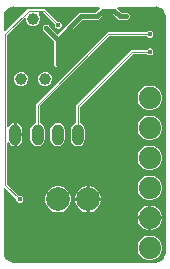
<source format=gbl>
G04*
G04 #@! TF.GenerationSoftware,Altium Limited,Altium Designer,24.5.2 (23)*
G04*
G04 Layer_Physical_Order=2*
G04 Layer_Color=16711680*
%FSLAX44Y44*%
%MOMM*%
G71*
G04*
G04 #@! TF.SameCoordinates,BE35229C-549D-48B9-91BF-C474063EA1A8*
G04*
G04*
G04 #@! TF.FilePolarity,Positive*
G04*
G01*
G75*
%ADD23C,0.1000*%
%ADD24C,0.4000*%
%ADD25C,1.8796*%
%ADD26C,2.0000*%
%ADD27O,1.0000X1.8000*%
%ADD28C,0.9906*%
%ADD29C,0.4000*%
G36*
X322186Y218158D02*
X324223Y217314D01*
X325972Y215972D01*
X327314Y214223D01*
X328158Y212186D01*
X328283Y211231D01*
X328376Y210000D01*
X328376D01*
Y10000D01*
X328429Y9874D01*
X328158Y7814D01*
X327314Y5777D01*
X325972Y4028D01*
X324223Y2686D01*
X322186Y1842D01*
X320126Y1571D01*
X320000Y1624D01*
X200000D01*
X199874Y1571D01*
X197814Y1842D01*
X195777Y2686D01*
X194028Y4028D01*
X192686Y5777D01*
X191842Y7814D01*
X191571Y9874D01*
X191624Y10000D01*
Y64421D01*
X192797Y64907D01*
X202031Y55672D01*
X202000Y55597D01*
Y54403D01*
X202457Y53301D01*
X203301Y52457D01*
X204403Y52000D01*
X205597D01*
X206699Y52457D01*
X207543Y53301D01*
X208000Y54403D01*
Y55597D01*
X207543Y56699D01*
X206699Y57543D01*
X205597Y58000D01*
X204403D01*
X204328Y57969D01*
X194124Y68172D01*
Y103048D01*
X195300Y103606D01*
X195394Y103591D01*
X196674Y101674D01*
X198659Y100348D01*
X199730Y100135D01*
Y110000D01*
Y119865D01*
X198659Y119652D01*
X196674Y118326D01*
X195394Y116409D01*
X195300Y116394D01*
X194124Y116952D01*
Y194328D01*
X209160Y209364D01*
X210397Y208805D01*
Y206916D01*
X211303Y204728D01*
X212978Y203053D01*
X215166Y202147D01*
X217534D01*
X219722Y203053D01*
X221397Y204728D01*
X222303Y206916D01*
Y209284D01*
X221397Y211472D01*
X220763Y212106D01*
X221289Y213376D01*
X224328D01*
X234531Y203172D01*
X234500Y203097D01*
Y201903D01*
X234957Y200801D01*
X235801Y199957D01*
X236903Y199500D01*
X238097D01*
X239199Y199957D01*
X240043Y200801D01*
X240500Y201903D01*
Y203097D01*
X240043Y204199D01*
X239199Y205043D01*
X238097Y205500D01*
X236903D01*
X236828Y205469D01*
X226148Y216148D01*
X225000Y216624D01*
X212500D01*
X211352Y216148D01*
X192797Y197593D01*
X191624Y198079D01*
Y210000D01*
X191571Y210126D01*
X191842Y212186D01*
X192686Y214223D01*
X194028Y215972D01*
X195777Y217314D01*
X197814Y218158D01*
X199874Y218429D01*
X200000Y218376D01*
X272367D01*
X272765Y217348D01*
X272781Y217106D01*
X268733Y213059D01*
X256700D01*
X255529Y212826D01*
X254537Y212163D01*
X254537Y212163D01*
X237000Y194626D01*
X229463Y202163D01*
X229212Y202330D01*
X228999Y202543D01*
X228721Y202659D01*
X228471Y202826D01*
X228175Y202885D01*
X227897Y203000D01*
X227596D01*
X227300Y203059D01*
X227004Y203000D01*
X226703D01*
X226425Y202885D01*
X226129Y202826D01*
X225879Y202659D01*
X225601Y202543D01*
X225388Y202330D01*
X225137Y202163D01*
X224970Y201912D01*
X224757Y201699D01*
X224641Y201421D01*
X224474Y201171D01*
X224415Y200875D01*
X224300Y200597D01*
Y200296D01*
X224241Y200000D01*
X224300Y199704D01*
Y199403D01*
X224415Y199125D01*
X224474Y198829D01*
X224641Y198579D01*
X224757Y198301D01*
X224970Y198088D01*
X225137Y197837D01*
X233941Y189033D01*
Y169750D01*
X234000Y169455D01*
Y169153D01*
X234115Y168875D01*
X234174Y168580D01*
X234341Y168329D01*
X234457Y168051D01*
X234670Y167838D01*
X234837Y167587D01*
X235088Y167420D01*
X235301Y167207D01*
X235579Y167092D01*
X235829Y166924D01*
X236125Y166865D01*
X236403Y166750D01*
X236705D01*
X237000Y166691D01*
X237295Y166750D01*
X237597D01*
X237875Y166865D01*
X238171Y166924D01*
X238421Y167092D01*
X238699Y167207D01*
X238912Y167420D01*
X239163Y167587D01*
X239330Y167838D01*
X239543Y168051D01*
X239659Y168329D01*
X239826Y168580D01*
X239885Y168875D01*
X240000Y169153D01*
Y169455D01*
X240059Y169750D01*
Y189033D01*
X257967Y206941D01*
X270000D01*
X270000Y206941D01*
X271171Y207174D01*
X272163Y207837D01*
X276267Y211941D01*
X283733D01*
X287837Y207837D01*
X288829Y207174D01*
X290000Y206941D01*
X290000Y206941D01*
X295000D01*
X295296Y207000D01*
X295597D01*
X295875Y207115D01*
X296171Y207174D01*
X296421Y207341D01*
X296699Y207457D01*
X296912Y207670D01*
X297163Y207837D01*
X297330Y208088D01*
X297543Y208301D01*
X297659Y208579D01*
X297826Y208829D01*
X297885Y209125D01*
X298000Y209403D01*
Y209704D01*
X298059Y210000D01*
X298000Y210296D01*
Y210597D01*
X297885Y210875D01*
X297826Y211171D01*
X297659Y211421D01*
X297543Y211699D01*
X297330Y211912D01*
X297163Y212163D01*
X296912Y212330D01*
X296699Y212543D01*
X296421Y212659D01*
X296171Y212826D01*
X295875Y212885D01*
X295597Y213000D01*
X295296D01*
X295000Y213059D01*
X291267D01*
X287219Y217106D01*
X287235Y217348D01*
X287633Y218376D01*
X320000D01*
X320126Y218429D01*
X322186Y218158D01*
D02*
G37*
%LPC*%
G36*
X315597Y198000D02*
X314403D01*
X313301Y197543D01*
X312457Y196699D01*
X312425Y196624D01*
X280000D01*
X278852Y196148D01*
X218852Y136148D01*
X218376Y135000D01*
Y119795D01*
X217659Y119652D01*
X215674Y118326D01*
X214348Y116341D01*
X213883Y114000D01*
Y106000D01*
X214348Y103659D01*
X215674Y101674D01*
X217659Y100348D01*
X220000Y99882D01*
X222341Y100348D01*
X224326Y101674D01*
X225652Y103659D01*
X226117Y106000D01*
Y114000D01*
X225652Y116341D01*
X224326Y118326D01*
X222341Y119652D01*
X221624Y119795D01*
Y134327D01*
X280672Y193376D01*
X312425D01*
X312457Y193301D01*
X313301Y192457D01*
X314403Y192000D01*
X315597D01*
X316699Y192457D01*
X317543Y193301D01*
X318000Y194403D01*
Y195597D01*
X317543Y196699D01*
X316699Y197543D01*
X315597Y198000D01*
D02*
G37*
G36*
Y183000D02*
X314403D01*
X313301Y182543D01*
X312457Y181699D01*
X312425Y181624D01*
X300000D01*
X298852Y181148D01*
X252852Y135148D01*
X252376Y134000D01*
Y119795D01*
X251659Y119652D01*
X249674Y118326D01*
X248348Y116341D01*
X247882Y114000D01*
Y106000D01*
X248348Y103659D01*
X249674Y101674D01*
X251659Y100348D01*
X254000Y99882D01*
X256341Y100348D01*
X258326Y101674D01*
X259652Y103659D01*
X260117Y106000D01*
Y114000D01*
X259652Y116341D01*
X258326Y118326D01*
X256341Y119652D01*
X255624Y119795D01*
Y133328D01*
X300672Y178376D01*
X312425D01*
X312457Y178301D01*
X313301Y177457D01*
X314403Y177000D01*
X315597D01*
X316699Y177457D01*
X317543Y178301D01*
X318000Y179403D01*
Y180597D01*
X317543Y181699D01*
X316699Y182543D01*
X315597Y183000D01*
D02*
G37*
G36*
X227694Y163253D02*
X225326D01*
X223138Y162347D01*
X221463Y160672D01*
X220557Y158484D01*
Y156116D01*
X221463Y153928D01*
X223138Y152253D01*
X225326Y151347D01*
X227694D01*
X229882Y152253D01*
X231557Y153928D01*
X232463Y156116D01*
Y158484D01*
X231557Y160672D01*
X229882Y162347D01*
X227694Y163253D01*
D02*
G37*
G36*
X207374D02*
X205006D01*
X202818Y162347D01*
X201143Y160672D01*
X200237Y158484D01*
Y156116D01*
X201143Y153928D01*
X202818Y152253D01*
X205006Y151347D01*
X207374D01*
X209562Y152253D01*
X211237Y153928D01*
X212143Y156116D01*
Y158484D01*
X211237Y160672D01*
X209562Y162347D01*
X207374Y163253D01*
D02*
G37*
G36*
X316369Y151398D02*
X313631D01*
X310986Y150689D01*
X308615Y149320D01*
X306679Y147385D01*
X305311Y145014D01*
X304602Y142369D01*
Y139631D01*
X305311Y136987D01*
X306679Y134615D01*
X308615Y132680D01*
X310986Y131311D01*
X313631Y130602D01*
X316369D01*
X319014Y131311D01*
X321385Y132680D01*
X323321Y134615D01*
X324689Y136987D01*
X325398Y139631D01*
Y142369D01*
X324689Y145014D01*
X323321Y147385D01*
X321385Y149320D01*
X319014Y150689D01*
X316369Y151398D01*
D02*
G37*
G36*
X202270Y119865D02*
Y111270D01*
X207118D01*
Y114000D01*
X206652Y116341D01*
X205326Y118326D01*
X203341Y119652D01*
X202270Y119865D01*
D02*
G37*
G36*
X316369Y125998D02*
X313631D01*
X310986Y125289D01*
X308615Y123920D01*
X306679Y121985D01*
X305311Y119614D01*
X304602Y116969D01*
Y114231D01*
X305311Y111587D01*
X306679Y109215D01*
X308615Y107280D01*
X310986Y105911D01*
X313631Y105202D01*
X316369D01*
X319014Y105911D01*
X321385Y107280D01*
X323321Y109215D01*
X324689Y111587D01*
X325398Y114231D01*
Y116969D01*
X324689Y119614D01*
X323321Y121985D01*
X321385Y123920D01*
X319014Y125289D01*
X316369Y125998D01*
D02*
G37*
G36*
X207118Y108730D02*
X202270D01*
Y100135D01*
X203341Y100348D01*
X205326Y101674D01*
X206652Y103659D01*
X207118Y106000D01*
Y108730D01*
D02*
G37*
G36*
X237000Y120118D02*
X234659Y119652D01*
X232674Y118326D01*
X231348Y116341D01*
X230882Y114000D01*
Y106000D01*
X231348Y103659D01*
X232674Y101674D01*
X234659Y100348D01*
X237000Y99882D01*
X239341Y100348D01*
X241326Y101674D01*
X242652Y103659D01*
X243118Y106000D01*
Y114000D01*
X242652Y116341D01*
X241326Y118326D01*
X239341Y119652D01*
X237000Y120118D01*
D02*
G37*
G36*
X316369Y100598D02*
X313631D01*
X310986Y99889D01*
X308615Y98520D01*
X306679Y96585D01*
X305311Y94213D01*
X304602Y91569D01*
Y88831D01*
X305311Y86187D01*
X306679Y83815D01*
X308615Y81880D01*
X310986Y80511D01*
X313631Y79802D01*
X316369D01*
X319014Y80511D01*
X321385Y81880D01*
X323321Y83815D01*
X324689Y86187D01*
X325398Y88831D01*
Y91569D01*
X324689Y94213D01*
X323321Y96585D01*
X321385Y98520D01*
X319014Y99889D01*
X316369Y100598D01*
D02*
G37*
G36*
X264148Y66000D02*
X263970D01*
Y56270D01*
X273700D01*
Y56448D01*
X272950Y59246D01*
X271502Y61754D01*
X269454Y63802D01*
X266946Y65250D01*
X264148Y66000D01*
D02*
G37*
G36*
X261430D02*
X261252D01*
X258454Y65250D01*
X255946Y63802D01*
X253898Y61754D01*
X252450Y59246D01*
X251700Y56448D01*
Y56270D01*
X261430D01*
Y66000D01*
D02*
G37*
G36*
X316369Y75198D02*
X313631D01*
X310986Y74489D01*
X308615Y73120D01*
X306679Y71185D01*
X305311Y68814D01*
X304602Y66169D01*
Y63431D01*
X305311Y60786D01*
X306679Y58415D01*
X308615Y56480D01*
X310986Y55111D01*
X313631Y54402D01*
X316369D01*
X319014Y55111D01*
X321385Y56480D01*
X323321Y58415D01*
X324689Y60786D01*
X325398Y63431D01*
Y66169D01*
X324689Y68814D01*
X323321Y71185D01*
X321385Y73120D01*
X319014Y74489D01*
X316369Y75198D01*
D02*
G37*
G36*
X273700Y53730D02*
X263970D01*
Y44000D01*
X264148D01*
X266946Y44750D01*
X269454Y46198D01*
X271502Y48246D01*
X272950Y50754D01*
X273700Y53552D01*
Y53730D01*
D02*
G37*
G36*
X261430D02*
X251700D01*
Y53552D01*
X252450Y50754D01*
X253898Y48246D01*
X255946Y46198D01*
X258454Y44750D01*
X261252Y44000D01*
X261430D01*
Y53730D01*
D02*
G37*
G36*
X238748Y66000D02*
X235852D01*
X233054Y65250D01*
X230546Y63802D01*
X228498Y61754D01*
X227050Y59246D01*
X226300Y56448D01*
Y53552D01*
X227050Y50754D01*
X228498Y48246D01*
X230546Y46198D01*
X233054Y44750D01*
X235852Y44000D01*
X238748D01*
X241546Y44750D01*
X244054Y46198D01*
X246102Y48246D01*
X247550Y50754D01*
X248300Y53552D01*
Y56448D01*
X247550Y59246D01*
X246102Y61754D01*
X244054Y63802D01*
X241546Y65250D01*
X238748Y66000D01*
D02*
G37*
G36*
X316369Y49798D02*
X316270D01*
Y40670D01*
X325398D01*
Y40769D01*
X324689Y43414D01*
X323321Y45785D01*
X321385Y47720D01*
X319014Y49089D01*
X316369Y49798D01*
D02*
G37*
G36*
X313730D02*
X313631D01*
X310986Y49089D01*
X308615Y47720D01*
X306679Y45785D01*
X305311Y43414D01*
X304602Y40769D01*
Y40670D01*
X313730D01*
Y49798D01*
D02*
G37*
G36*
X325398Y38130D02*
X316270D01*
Y29002D01*
X316369D01*
X319014Y29711D01*
X321385Y31079D01*
X323321Y33015D01*
X324689Y35387D01*
X325398Y38031D01*
Y38130D01*
D02*
G37*
G36*
X313730D02*
X304602D01*
Y38031D01*
X305311Y35387D01*
X306679Y33015D01*
X308615Y31079D01*
X310986Y29711D01*
X313631Y29002D01*
X313730D01*
Y38130D01*
D02*
G37*
G36*
X316369Y24398D02*
X313631D01*
X310986Y23689D01*
X308615Y22320D01*
X306679Y20385D01*
X305311Y18013D01*
X304602Y15369D01*
Y12631D01*
X305311Y9987D01*
X306679Y7616D01*
X308615Y5680D01*
X310986Y4311D01*
X313631Y3602D01*
X316369D01*
X319014Y4311D01*
X321385Y5680D01*
X323321Y7616D01*
X324689Y9987D01*
X325398Y12631D01*
Y15369D01*
X324689Y18013D01*
X323321Y20385D01*
X321385Y22320D01*
X319014Y23689D01*
X316369Y24398D01*
D02*
G37*
%LPD*%
D23*
X192500Y67500D02*
Y195000D01*
X212500Y215000D01*
X192500Y67500D02*
X205000Y55000D01*
X254000Y134000D02*
X300000Y180000D01*
X254000Y110000D02*
Y134000D01*
X220000Y135000D02*
X280000Y195000D01*
X220000Y110000D02*
Y135000D01*
X212500Y215000D02*
X225000D01*
X237500Y202500D01*
X300000Y180000D02*
X315000D01*
X280000Y195000D02*
X315000D01*
D24*
X237000Y169750D02*
Y190300D01*
X256700Y210000D02*
X260000D01*
X237000Y190300D02*
X256700Y210000D01*
X260000D02*
X270000D01*
X290000D02*
X295000D01*
X285000Y215000D02*
X290000Y210000D01*
X275000Y215000D02*
X285000D01*
X270000Y210000D02*
X275000Y215000D01*
X227300Y200000D02*
X237000Y190300D01*
D25*
X315000Y14000D02*
D03*
Y39400D02*
D03*
Y64800D02*
D03*
Y90200D02*
D03*
Y115600D02*
D03*
Y141000D02*
D03*
D26*
X262700Y55000D02*
D03*
X237300D02*
D03*
D27*
X201000Y110000D02*
D03*
X254000D02*
D03*
X237000D02*
D03*
X220000D02*
D03*
D28*
X206190Y157300D02*
D03*
X226510D02*
D03*
X216350Y208100D02*
D03*
D29*
X205000Y55000D02*
D03*
X237000Y169750D02*
D03*
X237500Y202500D02*
D03*
X315000Y180000D02*
D03*
Y165000D02*
D03*
Y195000D02*
D03*
X295000Y210000D02*
D03*
X204800Y177500D02*
D03*
X227300Y200000D02*
D03*
X280000Y210000D02*
D03*
X260000D02*
D03*
M02*

</source>
